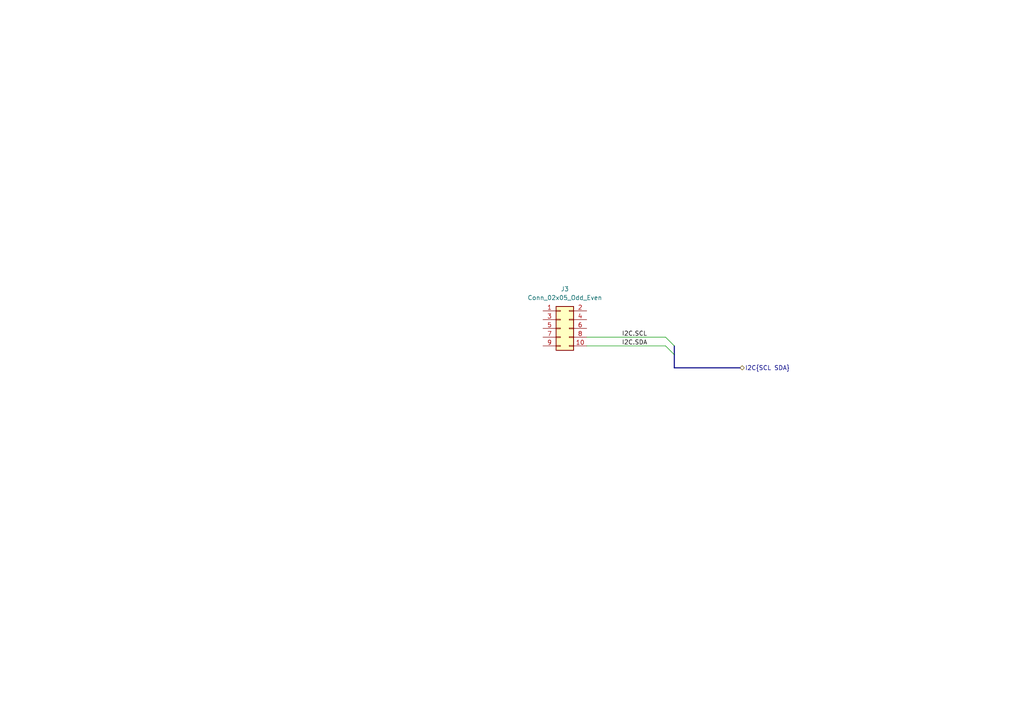
<source format=kicad_sch>
(kicad_sch (version 20231120) (generator "eeschema") (generator_version "8.0")
  (paper "A4")
  (title_block (company "catbranchman") (comment 1 "Electrical Engineering Department") (comment 2 "EE 156 / Stanford University") (comment 3 "Flight Club, W6YX, Endurance"))
  (lib_symbols
    (symbol "Connector_Generic:Conn_02x05_Odd_Even" (pin_names (offset 1.016) hide)
      (property "Reference" "J" (at 1.27 7.62 0))
      (property "Value" "Conn_02x05_Odd_Even" (at 1.27 -7.62 0))
      (symbol "Conn_02x05_Odd_Even_1_1"
        (rectangle (start -1.27 -4.953) (end 0 -5.207) (stroke (width 0.1524)))
        (rectangle (start -1.27 -2.413) (end 0 -2.667) (stroke (width 0.1524)))
        (rectangle (start -1.27 0.127) (end 0 -0.127) (stroke (width 0.1524)))
        (rectangle (start -1.27 2.667) (end 0 2.413) (stroke (width 0.1524)))
        (rectangle (start -1.27 5.207) (end 0 4.953) (stroke (width 0.1524)))
        (rectangle (start -1.27 6.35) (end 3.81 -6.35) (stroke (width 0.254)) (fill (type background)))
        (rectangle (start 3.81 -4.953) (end 2.54 -5.207) (stroke (width 0.1524)))
        (rectangle (start 3.81 -2.413) (end 2.54 -2.667) (stroke (width 0.1524)))
        (rectangle (start 3.81 0.127) (end 2.54 -0.127) (stroke (width 0.1524)))
        (rectangle (start 3.81 2.667) (end 2.54 2.413) (stroke (width 0.1524)))
        (rectangle (start 3.81 5.207) (end 2.54 4.953) (stroke (width 0.1524)))
        (pin passive line (at -5.08 5.08 0) (length 3.81) (name "Pin_1") (number "1"))
        (pin passive line (at 7.62 -5.08 180) (length 3.81) (name "Pin_10") (number "10"))
        (pin passive line (at 7.62 5.08 180) (length 3.81) (name "Pin_2") (number "2"))
        (pin passive line (at -5.08 2.54 0) (length 3.81) (name "Pin_3") (number "3"))
        (pin passive line (at 7.62 2.54 180) (length 3.81) (name "Pin_4") (number "4"))
        (pin passive line (at -5.08 0 0) (length 3.81) (name "Pin_5") (number "5"))
        (pin passive line (at 7.62 0 180) (length 3.81) (name "Pin_6") (number "6"))
        (pin passive line (at -5.08 -2.54 0) (length 3.81) (name "Pin_7") (number "7"))
        (pin passive line (at 7.62 -2.54 180) (length 3.81) (name "Pin_8") (number "8"))
        (pin passive line (at -5.08 -5.08 0) (length 3.81) (name "Pin_9") (number "9"))
      )
    )
  )
  (bus_entry (at 193.04 97.79) (size 2.54 2.54))
  (bus_entry (at 193.04 100.33) (size 2.54 2.54))
  (wire (pts (xy 170.18 100.33) (xy 193.04 100.33)))
  (wire (pts (xy 170.18 97.79) (xy 193.04 97.79)))
  (bus (pts (xy 195.58 102.87) (xy 195.58 106.68)))
  (bus (pts (xy 195.58 106.68) (xy 214.63 106.68)))
  (bus (pts (xy 195.58 100.33) (xy 195.58 102.87)))
  (label "I2C.SCL" (at 180.34 97.79 0))
  (label "I2C.SDA" (at 180.34 100.33 0))
  (hierarchical_label "I2C{SCL SDA}" (shape bidirectional) (at 214.63 106.68 0))
  (symbol (lib_id "Connector_Generic:Conn_02x05_Odd_Even") (at 162.56 95.25 0) (unit 1)
    (property "Reference" "J3" (at 163.83 83.82 0))
    (property "Value" "Conn_02x05_Odd_Even" (at 163.83 86.36 0))
    (property "Footprint" "Connector_PinHeader_1.27mm:PinHeader_2x05_P1.27mm_Vertical_SMD" (effects (hide yes)))
    (property "Datasheet" "https://www.fischerelektronik.de/web_fischer/en_GB/VA/BLM2SMD10Z/datasheet.xhtml" (effects (hide yes)))
    (property "Description" "Generic connector, double row, 02x05, odd/even pin numbering scheme (row 1 odd numbers, row 2 even numbers), script generated (kicad-library-utils/schlib/autogen/connector/)" (effects (hide yes)))
    (property "Mfr" "Fischer Elektronik" (effects (hide yes)))
    (property "Mfr P/N" "BLM 2 SMD 10 Z" (effects (hide yes)))
    (property "Supplier_1" "Digikey" (effects (hide yes)))
    (property "Supplier_1 P/N" "5496-BLM2SMD10Z-ND" (effects (hide yes)))
    (property "Supplier_1 Unit Price" "$0.93000 " (effects (hide yes)))
  )
)
</source>
